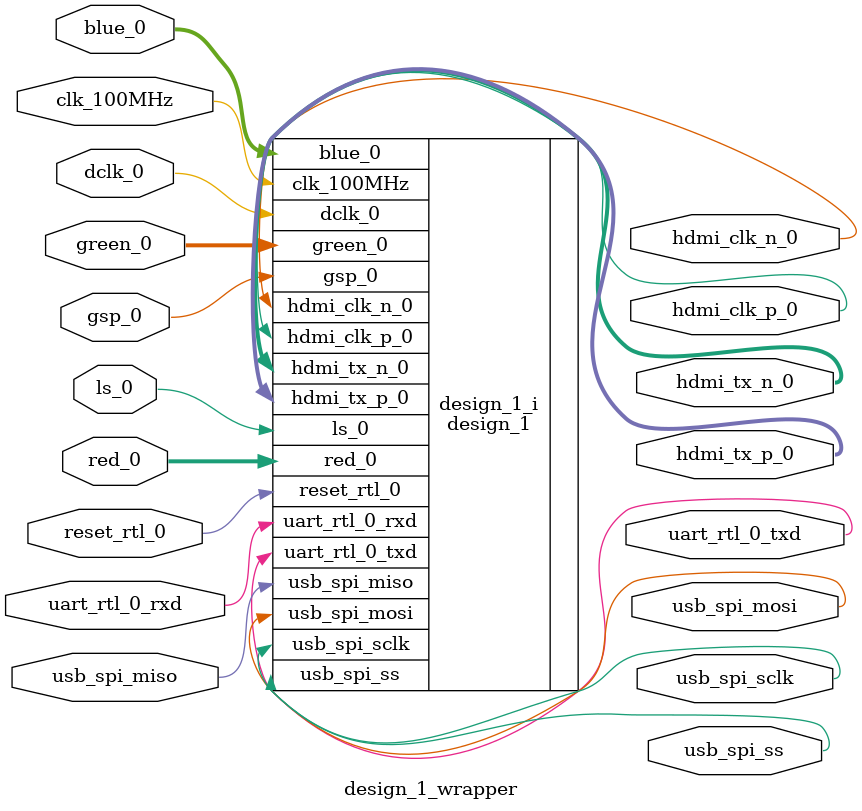
<source format=v>
`timescale 1 ps / 1 ps

module design_1_wrapper
   (blue_0,
    clk_100MHz,
    dclk_0,
    green_0,
    gsp_0,
    hdmi_clk_n_0,
    hdmi_clk_p_0,
    hdmi_tx_n_0,
    hdmi_tx_p_0,
    ls_0,
    red_0,
    reset_rtl_0,
    uart_rtl_0_rxd,
    uart_rtl_0_txd,
    usb_spi_miso,
    usb_spi_mosi,
    usb_spi_sclk,
    usb_spi_ss);
  input [5:0]blue_0;
  input clk_100MHz;
  input dclk_0;
  input [5:0]green_0;
  input gsp_0;
  output hdmi_clk_n_0;
  output hdmi_clk_p_0;
  output [2:0]hdmi_tx_n_0;
  output [2:0]hdmi_tx_p_0;
  input ls_0;
  input [5:0]red_0;
  input reset_rtl_0;
  input uart_rtl_0_rxd;
  output uart_rtl_0_txd;
  input usb_spi_miso;
  output usb_spi_mosi;
  output usb_spi_sclk;
  output [0:0]usb_spi_ss;

  wire [5:0]blue_0;
  wire clk_100MHz;
  wire dclk_0;
  wire [5:0]green_0;
  wire gsp_0;
  wire hdmi_clk_n_0;
  wire hdmi_clk_p_0;
  wire [2:0]hdmi_tx_n_0;
  wire [2:0]hdmi_tx_p_0;
  wire ls_0;
  wire [5:0]red_0;
  wire reset_rtl_0;
  wire uart_rtl_0_rxd;
  wire uart_rtl_0_txd;
  wire usb_spi_miso;
  wire usb_spi_mosi;
  wire usb_spi_sclk;
  wire [0:0]usb_spi_ss;

  design_1 design_1_i
       (.blue_0(blue_0),
        .clk_100MHz(clk_100MHz),
        .dclk_0(dclk_0),
        .green_0(green_0),
        .gsp_0(gsp_0),
        .hdmi_clk_n_0(hdmi_clk_n_0),
        .hdmi_clk_p_0(hdmi_clk_p_0),
        .hdmi_tx_n_0(hdmi_tx_n_0),
        .hdmi_tx_p_0(hdmi_tx_p_0),
        .ls_0(ls_0),
        .red_0(red_0),
        .reset_rtl_0(reset_rtl_0),
        .uart_rtl_0_rxd(uart_rtl_0_rxd),
        .uart_rtl_0_txd(uart_rtl_0_txd),
        .usb_spi_miso(usb_spi_miso),
        .usb_spi_mosi(usb_spi_mosi),
        .usb_spi_sclk(usb_spi_sclk),
        .usb_spi_ss(usb_spi_ss));
endmodule

</source>
